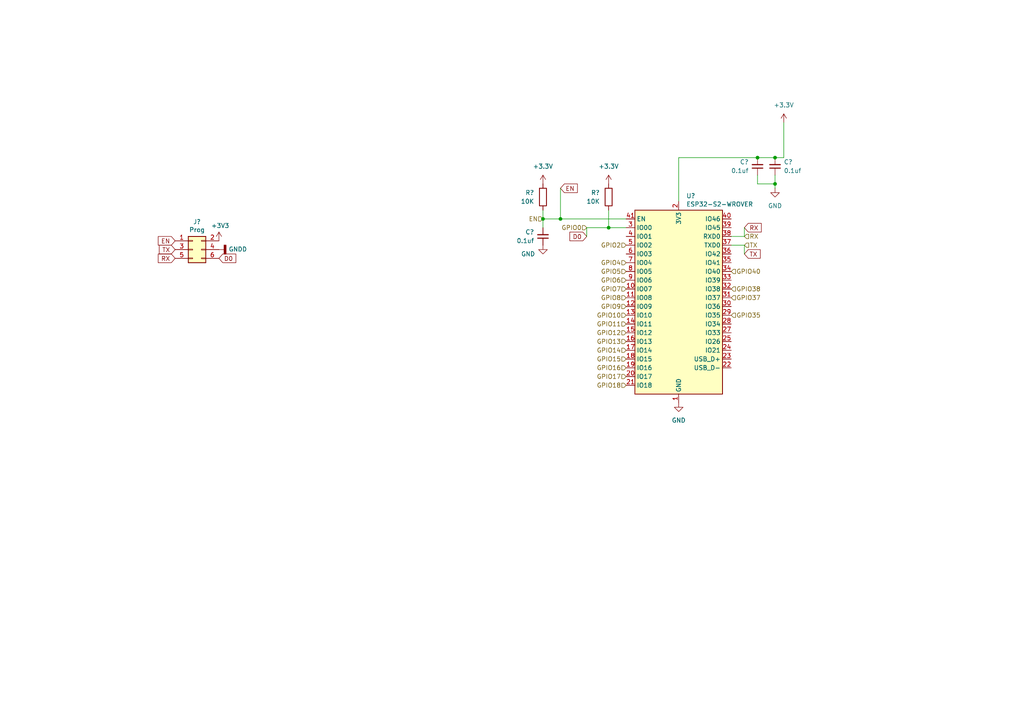
<source format=kicad_sch>
(kicad_sch (version 20250114) (generator "eeschema") (generator_version "9.0")
  (paper "A4")
  (lib_symbols
    (symbol "+3.3V_3" (power) (pin_names (offset 0))
      (property "Value" "+3.3V_3" (at 0 3.556 0))
      (symbol "+3.3V_3_0_1"
        (polyline (pts (xy -0.762 1.27) (xy 0 2.54)))
        (polyline (pts (xy 0 2.54) (xy 0.762 1.27)))
        (polyline (pts (xy 0 0) (xy 0 2.54)))
      )
      (symbol "+3.3V_3_1_1"
        (pin power_in line (at 0 0 90) (length 0) (hide yes) (name "+3.3V") (number "1"))
      )
    )
    (symbol "Connector_Generic:Conn_02x03_Odd_Even" (pin_names (offset 1.016) (hide yes))
      (property "Reference" "J" (at 1.27 5.08 0))
      (property "Value" "Conn_02x03_Odd_Even" (at 1.27 -5.08 0))
      (symbol "Conn_02x03_Odd_Even_1_1"
        (rectangle (start -1.27 3.81) (end 3.81 -3.81) (stroke (width 0.254)) (fill (type background)))
        (rectangle (start -1.27 2.667) (end 0 2.413) (stroke (width 0.1524)))
        (rectangle (start -1.27 0.127) (end 0 -0.127) (stroke (width 0.1524)))
        (rectangle (start -1.27 -2.413) (end 0 -2.667) (stroke (width 0.1524)))
        (rectangle (start 3.81 2.667) (end 2.54 2.413) (stroke (width 0.1524)))
        (rectangle (start 3.81 0.127) (end 2.54 -0.127) (stroke (width 0.1524)))
        (rectangle (start 3.81 -2.413) (end 2.54 -2.667) (stroke (width 0.1524)))
        (pin passive line (at -5.08 2.54 0) (length 3.81) (name "Pin_1") (number "1"))
        (pin passive line (at -5.08 0 0) (length 3.81) (name "Pin_3") (number "3"))
        (pin passive line (at -5.08 -2.54 0) (length 3.81) (name "Pin_5") (number "5"))
        (pin passive line (at 7.62 2.54 180) (length 3.81) (name "Pin_2") (number "2"))
        (pin passive line (at 7.62 0 180) (length 3.81) (name "Pin_4") (number "4"))
        (pin passive line (at 7.62 -2.54 180) (length 3.81) (name "Pin_6") (number "6"))
      )
    )
    (symbol "Device:C_Small" (pin_numbers (hide yes)) (pin_names (offset 0.254) (hide yes))
      (property "Reference" "C" (at 0.254 1.778 0))
      (property "Value" "C_Small" (at 0.254 -2.032 0))
      (symbol "C_Small_0_1"
        (polyline (pts (xy -1.524 0.508) (xy 1.524 0.508)) (stroke (width 0.3048)))
        (polyline (pts (xy -1.524 -0.508) (xy 1.524 -0.508)) (stroke (width 0.3302)))
      )
      (symbol "C_Small_1_1"
        (pin passive line (at 0 2.54 270) (length 2.032) (name "~") (number "1"))
        (pin passive line (at 0 -2.54 90) (length 2.032) (name "~") (number "2"))
      )
    )
    (symbol "Device:R" (pin_numbers (hide yes)) (pin_names (offset 0))
      (property "Reference" "R" (at 2.032 0 90))
      (property "Value" "R" (at 0 0 90))
      (symbol "R_0_1"
        (rectangle (start -1.016 -2.54) (end 1.016 2.54) (stroke (width 0.254)))
      )
      (symbol "R_1_1"
        (pin passive line (at 0 3.81 270) (length 1.27) (name "~") (number "1"))
        (pin passive line (at 0 -3.81 90) (length 1.27) (name "~") (number "2"))
      )
    )
    (symbol "GND_22" (power) (pin_names (offset 0))
      (property "Value" "GND_22" (at 0 -3.81 0))
      (symbol "GND_22_0_1"
        (polyline (pts (xy 0 0) (xy 0 -1.27) (xy 1.27 -1.27) (xy 0 -2.54) (xy -1.27 -1.27) (xy 0 -1.27)))
      )
      (symbol "GND_22_1_1"
        (pin power_in line (at 0 0 270) (length 0) (hide yes) (name "GND") (number "1"))
      )
    )
    (symbol "Programmer-rescue:+3V3-power" (power) (pin_names (offset 0))
      (property "Value" "power_+3V3" (at 0 3.556 0))
      (symbol "+3V3-power_0_1"
        (polyline (pts (xy -0.762 1.27) (xy 0 2.54)))
        (polyline (pts (xy 0 2.54) (xy 0.762 1.27)))
        (polyline (pts (xy 0 0) (xy 0 2.54)))
      )
      (symbol "+3V3-power_1_1"
        (pin power_in line (at 0 0 90) (length 0) (hide yes) (name "+3V3") (number "1"))
      )
    )
    (symbol "Programmer-rescue:GNDD-power" (power) (pin_names (offset 0))
      (property "Value" "power_GNDD" (at 0 -3.175 0))
      (symbol "GNDD-power_0_1"
        (rectangle (start -1.27 -1.524) (end 1.27 -2.032) (stroke (width 0.254)) (fill (type outline)))
        (polyline (pts (xy 0 0) (xy 0 -1.524)))
      )
      (symbol "GNDD-power_1_1"
        (pin power_in line (at 0 0 270) (length 0) (hide yes) (name "GNDD") (number "1"))
      )
    )
    (symbol "RF_Module:ESP32-S2-WROVER"
      (property "Reference" "U" (at -12.7 29.21 0))
      (property "Value" "ESP32-S2-WROVER" (at 2.54 29.21 0))
      (symbol "ESP32-S2-WROVER_0_1"
        (rectangle (start -12.7 27.94) (end 12.7 -25.4) (stroke (width 0.254)) (fill (type background)))
      )
      (symbol "ESP32-S2-WROVER_1_1"
        (pin input line (at -15.24 25.4 0) (length 2.54) (name "EN") (number "41"))
        (pin bidirectional line (at -15.24 22.86 0) (length 2.54) (name "IO00") (number "3"))
        (pin bidirectional line (at -15.24 20.32 0) (length 2.54) (name "IO01") (number "4"))
        (pin bidirectional line (at -15.24 17.78 0) (length 2.54) (name "IO02") (number "5"))
        (pin bidirectional line (at -15.24 15.24 0) (length 2.54) (name "IO03") (number "6"))
        (pin bidirectional line (at -15.24 12.7 0) (length 2.54) (name "IO04") (number "7"))
        (pin bidirectional line (at -15.24 10.16 0) (length 2.54) (name "IO05") (number "8"))
        (pin bidirectional line (at -15.24 7.62 0) (length 2.54) (name "IO06") (number "9"))
        (pin bidirectional line (at -15.24 5.08 0) (length 2.54) (name "IO07") (number "10"))
        (pin bidirectional line (at -15.24 2.54 0) (length 2.54) (name "IO08") (number "11"))
        (pin bidirectional line (at -15.24 0 0) (length 2.54) (name "IO09") (number "12"))
        (pin bidirectional line (at -15.24 -2.54 0) (length 2.54) (name "IO10") (number "13"))
        (pin bidirectional line (at -15.24 -5.08 0) (length 2.54) (name "IO11") (number "14"))
        (pin bidirectional line (at -15.24 -7.62 0) (length 2.54) (name "IO12") (number "15"))
        (pin bidirectional line (at -15.24 -10.16 0) (length 2.54) (name "IO13") (number "16"))
        (pin bidirectional line (at -15.24 -12.7 0) (length 2.54) (name "IO14") (number "17"))
        (pin bidirectional line (at -15.24 -15.24 0) (length 2.54) (name "IO15") (number "18"))
        (pin bidirectional line (at -15.24 -17.78 0) (length 2.54) (name "IO16") (number "19"))
        (pin bidirectional line (at -15.24 -20.32 0) (length 2.54) (name "IO17") (number "20"))
        (pin bidirectional line (at -15.24 -22.86 0) (length 2.54) (name "IO18") (number "21"))
        (pin power_in line (at 0 30.48 270) (length 2.54) (name "3V3") (number "2"))
        (pin power_in line (at 0 -27.94 90) (length 2.54) (name "GND") (number "1"))
        (pin passive line (at 0 -27.94 90) (length 2.54) (hide yes) (name "GND") (number "26"))
        (pin passive line (at 0 -27.94 90) (length 2.54) (hide yes) (name "GND") (number "42"))
        (pin passive line (at 0 -27.94 90) (length 2.54) (hide yes) (name "GND") (number "43"))
        (pin input line (at 15.24 25.4 180) (length 2.54) (name "IO46") (number "40"))
        (pin bidirectional line (at 15.24 22.86 180) (length 2.54) (name "IO45") (number "39"))
        (pin bidirectional line (at 15.24 20.32 180) (length 2.54) (name "RXD0") (number "38"))
        (pin bidirectional line (at 15.24 17.78 180) (length 2.54) (name "TXD0") (number "37"))
        (pin bidirectional line (at 15.24 15.24 180) (length 2.54) (name "IO42") (number "36"))
        (pin bidirectional line (at 15.24 12.7 180) (length 2.54) (name "IO41") (number "35"))
        (pin bidirectional line (at 15.24 10.16 180) (length 2.54) (name "IO40") (number "34"))
        (pin bidirectional line (at 15.24 7.62 180) (length 2.54) (name "IO39") (number "33"))
        (pin bidirectional line (at 15.24 5.08 180) (length 2.54) (name "IO38") (number "32"))
        (pin bidirectional line (at 15.24 2.54 180) (length 2.54) (name "IO37") (number "31"))
        (pin bidirectional line (at 15.24 0 180) (length 2.54) (name "IO36") (number "30"))
        (pin bidirectional line (at 15.24 -2.54 180) (length 2.54) (name "IO35") (number "29"))
        (pin bidirectional line (at 15.24 -5.08 180) (length 2.54) (name "IO34") (number "28"))
        (pin bidirectional line (at 15.24 -7.62 180) (length 2.54) (name "IO33") (number "27"))
        (pin bidirectional line (at 15.24 -10.16 180) (length 2.54) (name "IO26") (number "25"))
        (pin bidirectional line (at 15.24 -12.7 180) (length 2.54) (name "IO21") (number "24"))
        (pin bidirectional line (at 15.24 -15.24 180) (length 2.54) (name "USB_D+") (number "23"))
        (pin bidirectional line (at 15.24 -17.78 180) (length 2.54) (name "USB_D-") (number "22"))
      )
    )
  )
  (junction (at 224.79 53.34))
  (junction (at 176.53 66.04))
  (junction (at 162.56 63.5))
  (junction (at 224.79 45.72))
  (junction (at 219.71 45.72))
  (junction (at 157.48 63.5))
  (wire (pts (xy 162.56 54.61) (xy 162.56 63.5)))
  (wire (pts (xy 219.71 45.72) (xy 224.79 45.72)))
  (wire (pts (xy 219.71 50.8) (xy 219.71 53.34)))
  (wire (pts (xy 227.33 45.72) (xy 224.79 45.72)))
  (wire (pts (xy 215.9 66.04) (xy 215.9 68.58)))
  (wire (pts (xy 157.48 66.04) (xy 157.48 63.5)))
  (wire (pts (xy 227.33 35.56) (xy 227.33 45.72)))
  (wire (pts (xy 157.48 60.96) (xy 157.48 63.5)))
  (wire (pts (xy 196.85 45.72) (xy 219.71 45.72)))
  (wire (pts (xy 176.53 60.96) (xy 176.53 66.04)))
  (wire (pts (xy 170.18 66.04) (xy 176.53 66.04)))
  (wire (pts (xy 224.79 50.8) (xy 224.79 53.34)))
  (wire (pts (xy 162.56 63.5) (xy 181.61 63.5)))
  (wire (pts (xy 215.9 71.12) (xy 215.9 73.66)))
  (wire (pts (xy 170.18 66.04) (xy 170.18 68.58)))
  (wire (pts (xy 215.9 68.58) (xy 212.09 68.58)))
  (wire (pts (xy 215.9 71.12) (xy 212.09 71.12)))
  (wire (pts (xy 224.79 53.34) (xy 224.79 54.61)))
  (wire (pts (xy 196.85 45.72) (xy 196.85 58.42)))
  (wire (pts (xy 219.71 53.34) (xy 224.79 53.34)))
  (wire (pts (xy 157.48 63.5) (xy 162.56 63.5)))
  (wire (pts (xy 176.53 66.04) (xy 181.61 66.04)))
  (global_label "EN" (shape input) (at 162.56 54.61 0) (property "Intersheetrefs" "${INTERSHEET_REFS}" (effects (hide yes))))
  (global_label "RX" (shape input) (at 50.8 74.93 180) (property "Intersheetrefs" "${INTERSHEET_REFS}" (effects (hide yes))))
  (global_label "EN" (shape input) (at 50.8 69.85 180) (property "Intersheetrefs" "${INTERSHEET_REFS}" (effects (hide yes))))
  (global_label "D0" (shape input) (at 170.18 68.58 180) (property "Intersheetrefs" "${INTERSHEET_REFS}" (effects (hide yes))))
  (global_label "TX" (shape input) (at 215.9 73.66 0) (property "Intersheetrefs" "${INTERSHEET_REFS}" (effects (hide yes))))
  (global_label "TX" (shape input) (at 50.8 72.39 180) (property "Intersheetrefs" "${INTERSHEET_REFS}" (effects (hide yes))))
  (global_label "D0" (shape input) (at 63.5 74.93 0) (property "Intersheetrefs" "${INTERSHEET_REFS}" (effects (hide yes))))
  (global_label "RX" (shape input) (at 215.9 66.04 0) (property "Intersheetrefs" "${INTERSHEET_REFS}" (effects (hide yes))))
  (hierarchical_label "GPIO2" (shape input) (at 181.61 71.12 180))
  (hierarchical_label "GPIO35" (shape input) (at 212.09 91.44 0))
  (hierarchical_label "GPIO8" (shape input) (at 181.61 86.36 180))
  (hierarchical_label "GPIO11" (shape input) (at 181.61 93.98 180))
  (hierarchical_label "GPIO6" (shape input) (at 181.61 81.28 180))
  (hierarchical_label "TX" (shape input) (at 215.9 71.12 0))
  (hierarchical_label "GPIO18" (shape input) (at 181.61 111.76 180))
  (hierarchical_label "GPIO13" (shape input) (at 181.61 99.06 180))
  (hierarchical_label "GPIO9" (shape input) (at 181.61 88.9 180))
  (hierarchical_label "GPIO17" (shape input) (at 181.61 109.22 180))
  (hierarchical_label "GPIO10" (shape input) (at 181.61 91.44 180))
  (hierarchical_label "GPIO5" (shape input) (at 181.61 78.74 180))
  (hierarchical_label "GPIO4" (shape input) (at 181.61 76.2 180))
  (hierarchical_label "GPIO16" (shape input) (at 181.61 106.68 180))
  (hierarchical_label "RX" (shape input) (at 215.9 68.58 0))
  (hierarchical_label "GPIO15" (shape input) (at 181.61 104.14 180))
  (hierarchical_label "GPIO38" (shape input) (at 212.09 83.82 0))
  (hierarchical_label "EN" (shape input) (at 157.48 63.5 180))
  (hierarchical_label "GPIO14" (shape input) (at 181.61 101.6 180))
  (hierarchical_label "GPIO0" (shape input) (at 170.18 66.04 180))
  (hierarchical_label "GPIO12" (shape input) (at 181.61 96.52 180))
  (hierarchical_label "GPIO40" (shape input) (at 212.09 78.74 0))
  (hierarchical_label "GPIO7" (shape input) (at 181.61 83.82 180))
  (hierarchical_label "GPIO37" (shape input) (at 212.09 86.36 0))
  (symbol (lib_id "Programmer-rescue:GNDD-power") (at 63.5 72.39 90) (unit 1)
    (property "Reference" "#PWR?" (effects (hide yes)))
    (property "Value" "GNDD" (at 66.294 72.2884 90) (effects (justify right)))
  )
  (symbol (lib_id "Device:R") (at 157.48 57.15 0) (mirror y) (unit 1)
    (property "Reference" "R?" (at 154.94 55.8799 0) (effects (justify left)))
    (property "Value" "10K" (at 154.94 58.4199 0) (effects (justify left)))
    (property "Footprint" "Resistor_SMD:R_0603_1608Metric" (effects (hide yes)))
    (property "LINK" "https://www.digikey.com/en/products/detail/stackpole-electronics-inc/RMCF0805JT10K0/1757762" (effects (hide yes)))
  )
  (symbol (lib_id "RF_Module:ESP32-S2-WROVER") (at 196.85 88.9 0) (unit 1)
    (property "Reference" "U?" (at 199.0441 56.8155 0) (effects (justify left)))
    (property "Value" "ESP32-S2-WROVER" (at 199.0441 59.2398 0) (effects (justify left)))
    (property "Footprint" "RF_Module:ESP32-S2-WROVER" (effects (hide yes)))
    (property "Datasheet" "https://www.espressif.com/sites/default/files/documentation/esp32-s2-wroom_esp32-s2-wroom-i_datasheet_en.pdf" (effects (hide yes)))
    (property "Description" "RF Module, ESP32-D0WDQ6 SoC, Wi-Fi 802.11b/g/n, 32-bit, 2.7-3.6V, onboard antenna, SMD" (effects (hide yes)))
  )
  (symbol (lib_id "Device:C_Small") (at 224.79 48.26 180) (unit 1)
    (property "Reference" "C?" (at 227.33 46.9836 0) (effects (justify right)))
    (property "Value" "0.1uf" (at 227.33 49.5236 0) (effects (justify right)))
    (property "Footprint" "Capacitor_SMD:C_0603_1608Metric" (effects (hide yes)))
    (property "LINK" "https://www.digikey.com/en/products/detail/samsung-electro-mechanics/CL21B104KBCNNNC/3886661" (effects (hide yes)))
  )
  (symbol (lib_name "+3.3V_3") (lib_id "power:+3.3V") (at 176.53 53.34 0) (unit 1)
    (property "Reference" "#PWR?" (effects (hide yes)))
    (property "Value" "+3.3V" (at 176.53 48.26 0))
  )
  (symbol (lib_name "GND_22") (lib_id "power:GND") (at 224.79 54.61 0) (unit 1)
    (property "Reference" "#PWR?" (effects (hide yes)))
    (property "Value" "GND" (at 224.79 59.69 0))
  )
  (symbol (lib_name "GND_22") (lib_id "power:GND") (at 196.85 116.84 0) (unit 1)
    (property "Reference" "#PWR?" (effects (hide yes)))
    (property "Value" "GND" (at 196.85 121.92 0))
  )
  (symbol (lib_name "+3.3V_3") (lib_id "power:+3.3V") (at 227.33 35.56 0) (unit 1)
    (property "Reference" "#PWR?" (effects (hide yes)))
    (property "Value" "+3.3V" (at 227.33 30.48 0))
  )
  (symbol (lib_id "Device:R") (at 176.53 57.15 0) (mirror y) (unit 1)
    (property "Reference" "R?" (at 173.99 55.8799 0) (effects (justify left)))
    (property "Value" "10K" (at 173.99 58.4199 0) (effects (justify left)))
    (property "Footprint" "Resistor_SMD:R_0603_1608Metric" (effects (hide yes)))
    (property "LINK" "https://www.digikey.com/en/products/detail/stackpole-electronics-inc/RMCF0805JT10K0/1757762" (effects (hide yes)))
  )
  (symbol (lib_id "Programmer-rescue:+3V3-power") (at 63.5 69.85 0) (unit 1)
    (property "Reference" "#PWR?" (effects (hide yes)))
    (property "Value" "+3V3" (at 63.881 65.4558 0))
  )
  (symbol (lib_name "GND_22") (lib_id "power:GND") (at 157.48 71.12 0) (unit 1)
    (property "Reference" "#PWR?" (effects (hide yes)))
    (property "Value" "GND" (at 153.162 73.66 0))
  )
  (symbol (lib_id "Device:C_Small") (at 157.48 68.58 0) (mirror x) (unit 1)
    (property "Reference" "C?" (at 154.94 67.3036 0) (effects (justify right)))
    (property "Value" "0.1uf" (at 154.94 69.8436 0) (effects (justify right)))
    (property "Footprint" "Capacitor_SMD:C_0603_1608Metric" (effects (hide yes)))
    (property "LINK" "https://www.digikey.com/en/products/detail/samsung-electro-mechanics/CL21B104KBCNNNC/3886661" (effects (hide yes)))
  )
  (symbol (lib_id "Connector_Generic:Conn_02x03_Odd_Even") (at 55.88 72.39 0) (unit 1)
    (property "Reference" "J?" (at 57.15 64.3382 0))
    (property "Value" "Prog" (at 57.15 66.6496 0))
    (property "Footprint" "Connector_PinHeader_1.27mm:PinHeader_2x03_P1.27mm_Vertical_SMD" (effects (hide yes)))
  )
  (symbol (lib_name "+3.3V_3") (lib_id "power:+3.3V") (at 157.48 53.34 0) (unit 1)
    (property "Reference" "#PWR?" (effects (hide yes)))
    (property "Value" "+3.3V" (at 157.48 48.26 0))
  )
  (symbol (lib_id "Device:C_Small") (at 219.71 48.26 0) (mirror x) (unit 1)
    (property "Reference" "C?" (at 217.17 46.9836 0) (effects (justify right)))
    (property "Value" "0.1uf" (at 217.17 49.5236 0) (effects (justify right)))
    (property "Footprint" "Capacitor_SMD:C_0603_1608Metric" (effects (hide yes)))
    (property "LINK" "https://www.digikey.com/en/products/detail/samsung-electro-mechanics/CL21B104KBCNNNC/3886661" (effects (hide yes)))
  )
)
</source>
